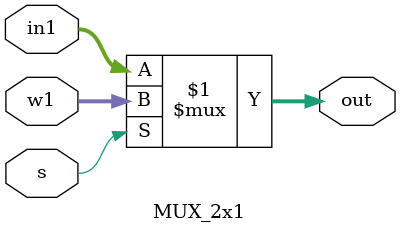
<source format=v>
`timescale 1ns / 1ps
module MUX_2x1(
    input [31:0] in1,
    input [31:0] w1,
    input s,
    output [31:0] out
    );
	 
	 assign out=s?w1:in1;

endmodule

</source>
